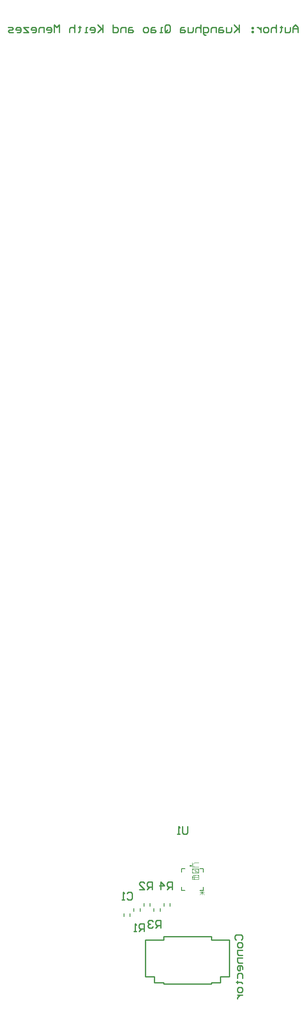
<source format=gbo>
%FSLAX44Y44*%
%MOMM*%
G71*
G01*
G75*
G04 Layer_Color=32896*
%ADD10R,6.0000X2.5000*%
%ADD11R,4.0000X6.9850*%
%ADD12R,2.5000X6.0000*%
%ADD13R,6.9850X4.0000*%
%ADD14C,1.0000*%
%ADD15C,0.2540*%
%ADD16C,5.0000*%
%ADD17C,1.0000*%
%ADD18C,1.8000*%
%ADD19C,4.0000*%
%ADD20C,1.2700*%
%ADD21R,1.0200X3.8000*%
%ADD22R,1.2192X0.8128*%
%ADD23R,0.3556X0.7620*%
%ADD24R,0.7620X0.3556*%
%ADD25R,2.7940X2.7940*%
%ADD26C,0.2730*%
%ADD27R,6.2032X2.7032*%
%ADD28R,4.2032X7.1882*%
%ADD29R,2.7032X6.2032*%
%ADD30R,7.1882X4.2032*%
%ADD31C,5.2032*%
%ADD32C,1.2032*%
%ADD33C,2.0032*%
%ADD34C,4.2032*%
%ADD35C,1.4732*%
%ADD36R,1.1200X3.9000*%
%ADD37R,1.4224X1.0160*%
%ADD38R,0.5588X0.9652*%
%ADD39R,0.9652X0.5588*%
%ADD40R,2.9972X2.9972*%
%ADD41R,0.0254X0.0254*%
%ADD42C,0.1524*%
%ADD43C,0.0762*%
G36*
X408655Y1506035D02*
X404845D01*
Y1508575D01*
X408655D01*
Y1506035D01*
D02*
G37*
D15*
X447897Y1275850D02*
X465923D01*
Y1287650D01*
X483645D01*
Y1360230D01*
X447897D02*
X483645D01*
X447897D02*
Y1366914D01*
X352658D02*
X447897D01*
X352658Y1360230D02*
Y1366914D01*
X316910Y1360230D02*
X352658D01*
X316910Y1287650D02*
Y1360230D01*
Y1287650D02*
X334632D01*
Y1275850D02*
Y1287650D01*
Y1275850D02*
X352658D01*
Y1273086D02*
Y1275850D01*
Y1273086D02*
X447897D01*
Y1275850D01*
X279843Y1452696D02*
X282383Y1455235D01*
X287461D01*
X290000Y1452696D01*
Y1442539D01*
X287461Y1440000D01*
X282383D01*
X279843Y1442539D01*
X274765Y1440000D02*
X269687D01*
X272226D01*
Y1455235D01*
X274765Y1452696D01*
X314000Y1377000D02*
Y1392235D01*
X306383D01*
X303843Y1389696D01*
Y1384617D01*
X306383Y1382078D01*
X314000D01*
X308922D02*
X303843Y1377000D01*
X298765D02*
X293687D01*
X296226D01*
Y1392235D01*
X298765Y1389696D01*
X330000Y1460000D02*
Y1475235D01*
X322383D01*
X319843Y1472696D01*
Y1467617D01*
X322383Y1465078D01*
X330000D01*
X324922D02*
X319843Y1460000D01*
X304608D02*
X314765D01*
X304608Y1470157D01*
Y1472696D01*
X307147Y1475235D01*
X312226D01*
X314765Y1472696D01*
X347000Y1384000D02*
Y1399235D01*
X339383D01*
X336843Y1396696D01*
Y1391617D01*
X339383Y1389078D01*
X347000D01*
X341922D02*
X336843Y1384000D01*
X331765Y1396696D02*
X329226Y1399235D01*
X324147D01*
X321608Y1396696D01*
Y1394157D01*
X324147Y1391617D01*
X326687D01*
X324147D01*
X321608Y1389078D01*
Y1386539D01*
X324147Y1384000D01*
X329226D01*
X331765Y1386539D01*
X370000Y1460000D02*
Y1475235D01*
X362383D01*
X359843Y1472696D01*
Y1467617D01*
X362383Y1465078D01*
X370000D01*
X364922D02*
X359843Y1460000D01*
X347147D02*
Y1475235D01*
X354765Y1467617D01*
X344608D01*
X400000Y1585235D02*
Y1572539D01*
X397461Y1570000D01*
X392383D01*
X389843Y1572539D01*
Y1585235D01*
X384765Y1570000D02*
X379687D01*
X382226D01*
Y1585235D01*
X384765Y1582696D01*
X497304Y1359843D02*
X494765Y1362383D01*
Y1367461D01*
X497304Y1370000D01*
X507461D01*
X510000Y1367461D01*
Y1362383D01*
X507461Y1359843D01*
X510000Y1352226D02*
Y1347147D01*
X507461Y1344608D01*
X502383D01*
X499843Y1347147D01*
Y1352226D01*
X502383Y1354765D01*
X507461D01*
X510000Y1352226D01*
Y1339530D02*
X499843D01*
Y1331912D01*
X502383Y1329373D01*
X510000D01*
Y1324295D02*
X499843D01*
Y1316677D01*
X502383Y1314138D01*
X510000D01*
Y1301442D02*
Y1306521D01*
X507461Y1309060D01*
X502383D01*
X499843Y1306521D01*
Y1301442D01*
X502383Y1298903D01*
X504922D01*
Y1309060D01*
X499843Y1283668D02*
Y1291286D01*
X502383Y1293825D01*
X507461D01*
X510000Y1291286D01*
Y1283668D01*
X497304Y1276050D02*
X499843D01*
Y1278590D01*
Y1273511D01*
Y1276050D01*
X507461D01*
X510000Y1273511D01*
Y1263354D02*
Y1258276D01*
X507461Y1255737D01*
X502383D01*
X499843Y1258276D01*
Y1263354D01*
X502383Y1265894D01*
X507461D01*
X510000Y1263354D01*
X499843Y1250659D02*
X510000D01*
X504922D01*
X502383Y1248119D01*
X499843Y1245580D01*
Y1243041D01*
X620000Y3160000D02*
Y3170157D01*
X614922Y3175235D01*
X609843Y3170157D01*
Y3160000D01*
Y3167617D01*
X620000D01*
X604765Y3170157D02*
Y3162539D01*
X602226Y3160000D01*
X594608D01*
Y3170157D01*
X586991Y3172696D02*
Y3170157D01*
X589530D01*
X584451D01*
X586991D01*
Y3162539D01*
X584451Y3160000D01*
X576834Y3175235D02*
Y3160000D01*
Y3167617D01*
X574295Y3170157D01*
X569216D01*
X566677Y3167617D01*
Y3160000D01*
X559060D02*
X553981D01*
X551442Y3162539D01*
Y3167617D01*
X553981Y3170157D01*
X559060D01*
X561599Y3167617D01*
Y3162539D01*
X559060Y3160000D01*
X546364Y3170157D02*
Y3160000D01*
Y3165078D01*
X543825Y3167617D01*
X541286Y3170157D01*
X538746D01*
X531129D02*
X528590D01*
Y3167617D01*
X531129D01*
Y3170157D01*
Y3162539D02*
X528590D01*
Y3160000D01*
X531129D01*
Y3162539D01*
X503198Y3175235D02*
Y3160000D01*
Y3165078D01*
X493041Y3175235D01*
X500659Y3167617D01*
X493041Y3160000D01*
X487963Y3170157D02*
Y3162539D01*
X485424Y3160000D01*
X477806D01*
Y3170157D01*
X470188D02*
X465110D01*
X462571Y3167617D01*
Y3160000D01*
X470188D01*
X472728Y3162539D01*
X470188Y3165078D01*
X462571D01*
X457493Y3160000D02*
Y3170157D01*
X449875D01*
X447336Y3167617D01*
Y3160000D01*
X437179Y3154922D02*
X434640D01*
X432101Y3157461D01*
Y3170157D01*
X439718D01*
X442257Y3167617D01*
Y3162539D01*
X439718Y3160000D01*
X432101D01*
X427022Y3175235D02*
Y3160000D01*
Y3167617D01*
X424483Y3170157D01*
X419405D01*
X416866Y3167617D01*
Y3160000D01*
X411787Y3170157D02*
Y3162539D01*
X409248Y3160000D01*
X401631D01*
Y3170157D01*
X394013D02*
X388935D01*
X386396Y3167617D01*
Y3160000D01*
X394013D01*
X396552Y3162539D01*
X394013Y3165078D01*
X386396D01*
X355925Y3162539D02*
Y3172696D01*
X358465Y3175235D01*
X363543D01*
X366082Y3172696D01*
Y3162539D01*
X363543Y3160000D01*
X358465D01*
X361004Y3165078D02*
X355925Y3160000D01*
X358465D02*
X355925Y3162539D01*
X350847Y3160000D02*
X345769D01*
X348308D01*
Y3170157D01*
X350847D01*
X335612D02*
X330534D01*
X327994Y3167617D01*
Y3160000D01*
X335612D01*
X338151Y3162539D01*
X335612Y3165078D01*
X327994D01*
X320377Y3160000D02*
X315299D01*
X312759Y3162539D01*
Y3167617D01*
X315299Y3170157D01*
X320377D01*
X322916Y3167617D01*
Y3162539D01*
X320377Y3160000D01*
X289907Y3170157D02*
X284828D01*
X282289Y3167617D01*
Y3160000D01*
X289907D01*
X292446Y3162539D01*
X289907Y3165078D01*
X282289D01*
X277211Y3160000D02*
Y3170157D01*
X269593D01*
X267054Y3167617D01*
Y3160000D01*
X251819Y3175235D02*
Y3160000D01*
X259437D01*
X261976Y3162539D01*
Y3167617D01*
X259437Y3170157D01*
X251819D01*
X231506Y3175235D02*
Y3160000D01*
Y3165078D01*
X221349Y3175235D01*
X228967Y3167617D01*
X221349Y3160000D01*
X208653D02*
X213731D01*
X216271Y3162539D01*
Y3167617D01*
X213731Y3170157D01*
X208653D01*
X206114Y3167617D01*
Y3165078D01*
X216271D01*
X201035Y3160000D02*
X195957D01*
X198496D01*
Y3170157D01*
X201035D01*
X185800Y3172696D02*
Y3170157D01*
X188340D01*
X183261D01*
X185800D01*
Y3162539D01*
X183261Y3160000D01*
X175644Y3175235D02*
Y3160000D01*
Y3167617D01*
X173105Y3170157D01*
X168026D01*
X165487Y3167617D01*
Y3160000D01*
X145174D02*
Y3175235D01*
X140095Y3170157D01*
X135017Y3175235D01*
Y3160000D01*
X122321D02*
X127399D01*
X129939Y3162539D01*
Y3167617D01*
X127399Y3170157D01*
X122321D01*
X119782Y3167617D01*
Y3165078D01*
X129939D01*
X114704Y3160000D02*
Y3170157D01*
X107086D01*
X104547Y3167617D01*
Y3160000D01*
X91851D02*
X96929D01*
X99468Y3162539D01*
Y3167617D01*
X96929Y3170157D01*
X91851D01*
X89312Y3167617D01*
Y3165078D01*
X99468D01*
X84233Y3170157D02*
X74077D01*
X84233Y3160000D01*
X74077D01*
X61381D02*
X66459D01*
X68998Y3162539D01*
Y3167617D01*
X66459Y3170157D01*
X61381D01*
X58842Y3167617D01*
Y3165078D01*
X68998D01*
X53763Y3160000D02*
X46146D01*
X43607Y3162539D01*
X46146Y3165078D01*
X51224D01*
X53763Y3167617D01*
X51224Y3170157D01*
X43607D01*
D42*
X293904Y1416952D02*
Y1423000D01*
X306000Y1416952D02*
Y1423000D01*
X313904Y1426952D02*
Y1433000D01*
X326000Y1426952D02*
Y1433000D01*
X333904Y1416952D02*
Y1423000D01*
X346000Y1416952D02*
Y1423000D01*
X353904Y1426952D02*
Y1433000D01*
X366000Y1426952D02*
Y1433000D01*
X273904Y1406952D02*
Y1413000D01*
X286000Y1406952D02*
Y1413000D01*
X431717Y1458283D02*
Y1465145D01*
X424855Y1501717D02*
X431717D01*
X388283Y1458283D02*
Y1465145D01*
Y1501717D02*
X395145D01*
X431717Y1494855D02*
Y1501717D01*
X424855Y1458283D02*
X431717D01*
X388283D02*
X395145D01*
X388283Y1494855D02*
Y1501717D01*
D43*
X433580Y1450155D02*
X425116Y1458619D01*
Y1450155D02*
X433580Y1458619D01*
X429348Y1450155D02*
Y1458619D01*
X425116Y1454387D02*
X433580D01*
X410000Y1480000D02*
X422696D01*
Y1486348D01*
X420580Y1488464D01*
X416348D01*
X414232Y1486348D01*
Y1480000D01*
X410000Y1492696D02*
X422696D01*
X410000Y1501160D01*
X422696D01*
Y1480000D02*
X410000D01*
Y1486348D01*
X412116Y1488464D01*
X420580D01*
X422696Y1486348D01*
Y1480000D01*
Y1501160D02*
Y1492696D01*
X410000D01*
Y1501160D01*
X416348Y1492696D02*
Y1496928D01*
X422696Y1505392D02*
X414232D01*
X410000Y1509624D01*
X414232Y1513856D01*
X422696D01*
Y1480000D02*
X414232D01*
X410000Y1484232D01*
X414232Y1488464D01*
X422696D01*
X410000Y1492696D02*
X418464D01*
X422696Y1496928D01*
X418464Y1501160D01*
X410000D01*
X416348D01*
Y1492696D01*
X422696Y1505392D02*
X410000D01*
Y1513856D01*
X422696Y1480000D02*
Y1488464D01*
Y1484232D01*
X410000D01*
X422696Y1499044D02*
Y1494812D01*
X420580Y1492696D01*
X412116D01*
X410000Y1494812D01*
Y1499044D01*
X412116Y1501160D01*
X420580D01*
X422696Y1499044D01*
Y1505392D02*
X410000D01*
Y1513856D01*
M02*

</source>
